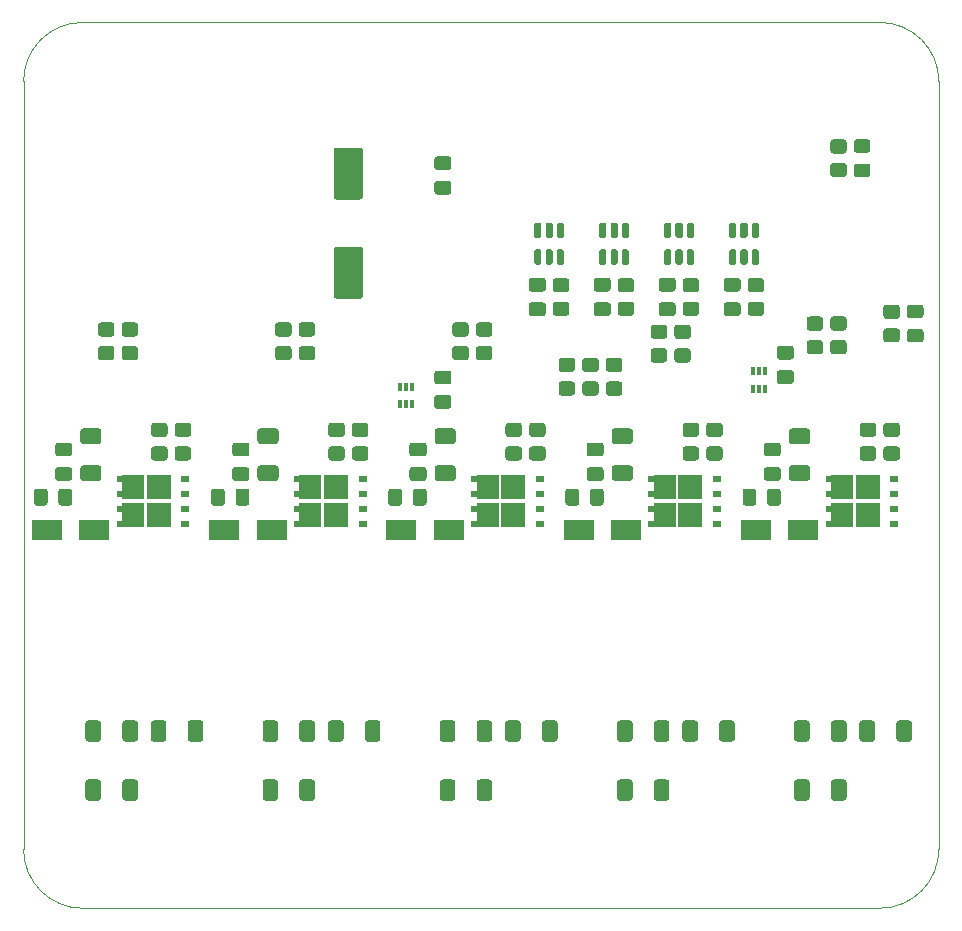
<source format=gbr>
G04 #@! TF.GenerationSoftware,KiCad,Pcbnew,6.0.10+dfsg-1~bpo11+1*
G04 #@! TF.ProjectId,pwr,7077722e-6b69-4636-9164-5f7063625858,rev?*
G04 #@! TF.SameCoordinates,Original*
G04 #@! TF.FileFunction,Paste,Top*
G04 #@! TF.FilePolarity,Positive*
%FSLAX46Y46*%
G04 Gerber Fmt 4.6, Leading zero omitted, Abs format (unit mm)*
%MOMM*%
%LPD*%
G01*
G04 APERTURE LIST*
G04 #@! TA.AperFunction,Profile*
%ADD10C,0.100000*%
G04 #@! TD*
%ADD11R,2.500000X1.800000*%
%ADD12R,2.000000X2.150000*%
%ADD13R,1.850000X2.150000*%
%ADD14R,0.650000X0.500000*%
%ADD15R,0.550000X0.500000*%
%ADD16R,0.340000X0.700000*%
G04 APERTURE END LIST*
D10*
X184000000Y-130000000D02*
G75*
G03*
X189000000Y-125000000I0J5000000D01*
G01*
X111500000Y-125000000D02*
G75*
G03*
X116500000Y-130000000I5000000J0D01*
G01*
X116500000Y-55000000D02*
X184000000Y-55000000D01*
X111500000Y-125000000D02*
X111500000Y-60000000D01*
X189000000Y-60000000D02*
G75*
G03*
X184000000Y-55000000I-5000000J0D01*
G01*
X184000000Y-130000000D02*
X116500000Y-130000000D01*
X116500000Y-55000000D02*
G75*
G03*
X111500000Y-60000000I0J-5000000D01*
G01*
X189000000Y-60000000D02*
X189000000Y-125000000D01*
G36*
G01*
X161050000Y-83400000D02*
X161950000Y-83400000D01*
G75*
G02*
X162200000Y-83650000I0J-250000D01*
G01*
X162200000Y-84350000D01*
G75*
G02*
X161950000Y-84600000I-250000J0D01*
G01*
X161050000Y-84600000D01*
G75*
G02*
X160800000Y-84350000I0J250000D01*
G01*
X160800000Y-83650000D01*
G75*
G02*
X161050000Y-83400000I250000J0D01*
G01*
G37*
G36*
G01*
X161050000Y-85400000D02*
X161950000Y-85400000D01*
G75*
G02*
X162200000Y-85650000I0J-250000D01*
G01*
X162200000Y-86350000D01*
G75*
G02*
X161950000Y-86600000I-250000J0D01*
G01*
X161050000Y-86600000D01*
G75*
G02*
X160800000Y-86350000I0J250000D01*
G01*
X160800000Y-85650000D01*
G75*
G02*
X161050000Y-85400000I250000J0D01*
G01*
G37*
G36*
G01*
X180950000Y-68100000D02*
X180050000Y-68100000D01*
G75*
G02*
X179800000Y-67850000I0J250000D01*
G01*
X179800000Y-67150000D01*
G75*
G02*
X180050000Y-66900000I250000J0D01*
G01*
X180950000Y-66900000D01*
G75*
G02*
X181200000Y-67150000I0J-250000D01*
G01*
X181200000Y-67850000D01*
G75*
G02*
X180950000Y-68100000I-250000J0D01*
G01*
G37*
G36*
G01*
X180950000Y-66100000D02*
X180050000Y-66100000D01*
G75*
G02*
X179800000Y-65850000I0J250000D01*
G01*
X179800000Y-65150000D01*
G75*
G02*
X180050000Y-64900000I250000J0D01*
G01*
X180950000Y-64900000D01*
G75*
G02*
X181200000Y-65150000I0J-250000D01*
G01*
X181200000Y-65850000D01*
G75*
G02*
X180950000Y-66100000I-250000J0D01*
G01*
G37*
G36*
G01*
X173050000Y-76647500D02*
X173950000Y-76647500D01*
G75*
G02*
X174200000Y-76897500I0J-250000D01*
G01*
X174200000Y-77597500D01*
G75*
G02*
X173950000Y-77847500I-250000J0D01*
G01*
X173050000Y-77847500D01*
G75*
G02*
X172800000Y-77597500I0J250000D01*
G01*
X172800000Y-76897500D01*
G75*
G02*
X173050000Y-76647500I250000J0D01*
G01*
G37*
G36*
G01*
X173050000Y-78647500D02*
X173950000Y-78647500D01*
G75*
G02*
X174200000Y-78897500I0J-250000D01*
G01*
X174200000Y-79597500D01*
G75*
G02*
X173950000Y-79847500I-250000J0D01*
G01*
X173050000Y-79847500D01*
G75*
G02*
X172800000Y-79597500I0J250000D01*
G01*
X172800000Y-78897500D01*
G75*
G02*
X173050000Y-78647500I250000J0D01*
G01*
G37*
G36*
G01*
X133950000Y-83600000D02*
X133050000Y-83600000D01*
G75*
G02*
X132800000Y-83350000I0J250000D01*
G01*
X132800000Y-82650000D01*
G75*
G02*
X133050000Y-82400000I250000J0D01*
G01*
X133950000Y-82400000D01*
G75*
G02*
X134200000Y-82650000I0J-250000D01*
G01*
X134200000Y-83350000D01*
G75*
G02*
X133950000Y-83600000I-250000J0D01*
G01*
G37*
G36*
G01*
X133950000Y-81600000D02*
X133050000Y-81600000D01*
G75*
G02*
X132800000Y-81350000I0J250000D01*
G01*
X132800000Y-80650000D01*
G75*
G02*
X133050000Y-80400000I250000J0D01*
G01*
X133950000Y-80400000D01*
G75*
G02*
X134200000Y-80650000I0J-250000D01*
G01*
X134200000Y-81350000D01*
G75*
G02*
X133950000Y-81600000I-250000J0D01*
G01*
G37*
G36*
G01*
X182550000Y-88900000D02*
X183450000Y-88900000D01*
G75*
G02*
X183700000Y-89150000I0J-250000D01*
G01*
X183700000Y-89850000D01*
G75*
G02*
X183450000Y-90100000I-250000J0D01*
G01*
X182550000Y-90100000D01*
G75*
G02*
X182300000Y-89850000I0J250000D01*
G01*
X182300000Y-89150000D01*
G75*
G02*
X182550000Y-88900000I250000J0D01*
G01*
G37*
G36*
G01*
X182550000Y-90900000D02*
X183450000Y-90900000D01*
G75*
G02*
X183700000Y-91150000I0J-250000D01*
G01*
X183700000Y-91850000D01*
G75*
G02*
X183450000Y-92100000I-250000J0D01*
G01*
X182550000Y-92100000D01*
G75*
G02*
X182300000Y-91850000I0J250000D01*
G01*
X182300000Y-91150000D01*
G75*
G02*
X182550000Y-90900000I250000J0D01*
G01*
G37*
G36*
G01*
X157375000Y-95675000D02*
X157375000Y-94725000D01*
G75*
G02*
X157625000Y-94475000I250000J0D01*
G01*
X158300000Y-94475000D01*
G75*
G02*
X158550000Y-94725000I0J-250000D01*
G01*
X158550000Y-95675000D01*
G75*
G02*
X158300000Y-95925000I-250000J0D01*
G01*
X157625000Y-95925000D01*
G75*
G02*
X157375000Y-95675000I0J250000D01*
G01*
G37*
G36*
G01*
X159450000Y-95675000D02*
X159450000Y-94725000D01*
G75*
G02*
X159700000Y-94475000I250000J0D01*
G01*
X160375000Y-94475000D01*
G75*
G02*
X160625000Y-94725000I0J-250000D01*
G01*
X160625000Y-95675000D01*
G75*
G02*
X160375000Y-95925000I-250000J0D01*
G01*
X159700000Y-95925000D01*
G75*
G02*
X159450000Y-95675000I0J250000D01*
G01*
G37*
G36*
G01*
X171025000Y-76622500D02*
X171975000Y-76622500D01*
G75*
G02*
X172225000Y-76872500I0J-250000D01*
G01*
X172225000Y-77547500D01*
G75*
G02*
X171975000Y-77797500I-250000J0D01*
G01*
X171025000Y-77797500D01*
G75*
G02*
X170775000Y-77547500I0J250000D01*
G01*
X170775000Y-76872500D01*
G75*
G02*
X171025000Y-76622500I250000J0D01*
G01*
G37*
G36*
G01*
X171025000Y-78697500D02*
X171975000Y-78697500D01*
G75*
G02*
X172225000Y-78947500I0J-250000D01*
G01*
X172225000Y-79622500D01*
G75*
G02*
X171975000Y-79872500I-250000J0D01*
G01*
X171025000Y-79872500D01*
G75*
G02*
X170775000Y-79622500I0J250000D01*
G01*
X170775000Y-78947500D01*
G75*
G02*
X171025000Y-78697500I250000J0D01*
G01*
G37*
G36*
G01*
X156550000Y-76647500D02*
X157450000Y-76647500D01*
G75*
G02*
X157700000Y-76897500I0J-250000D01*
G01*
X157700000Y-77597500D01*
G75*
G02*
X157450000Y-77847500I-250000J0D01*
G01*
X156550000Y-77847500D01*
G75*
G02*
X156300000Y-77597500I0J250000D01*
G01*
X156300000Y-76897500D01*
G75*
G02*
X156550000Y-76647500I250000J0D01*
G01*
G37*
G36*
G01*
X156550000Y-78647500D02*
X157450000Y-78647500D01*
G75*
G02*
X157700000Y-78897500I0J-250000D01*
G01*
X157700000Y-79597500D01*
G75*
G02*
X157450000Y-79847500I-250000J0D01*
G01*
X156550000Y-79847500D01*
G75*
G02*
X156300000Y-79597500I0J250000D01*
G01*
X156300000Y-78897500D01*
G75*
G02*
X156550000Y-78647500I250000J0D01*
G01*
G37*
G36*
G01*
X118950000Y-83600000D02*
X118050000Y-83600000D01*
G75*
G02*
X117800000Y-83350000I0J250000D01*
G01*
X117800000Y-82650000D01*
G75*
G02*
X118050000Y-82400000I250000J0D01*
G01*
X118950000Y-82400000D01*
G75*
G02*
X119200000Y-82650000I0J-250000D01*
G01*
X119200000Y-83350000D01*
G75*
G02*
X118950000Y-83600000I-250000J0D01*
G01*
G37*
G36*
G01*
X118950000Y-81600000D02*
X118050000Y-81600000D01*
G75*
G02*
X117800000Y-81350000I0J250000D01*
G01*
X117800000Y-80650000D01*
G75*
G02*
X118050000Y-80400000I250000J0D01*
G01*
X118950000Y-80400000D01*
G75*
G02*
X119200000Y-80650000I0J-250000D01*
G01*
X119200000Y-81350000D01*
G75*
G02*
X118950000Y-81600000I-250000J0D01*
G01*
G37*
G36*
G01*
X176550000Y-89375000D02*
X177850000Y-89375000D01*
G75*
G02*
X178100000Y-89625000I0J-250000D01*
G01*
X178100000Y-90450000D01*
G75*
G02*
X177850000Y-90700000I-250000J0D01*
G01*
X176550000Y-90700000D01*
G75*
G02*
X176300000Y-90450000I0J250000D01*
G01*
X176300000Y-89625000D01*
G75*
G02*
X176550000Y-89375000I250000J0D01*
G01*
G37*
G36*
G01*
X176550000Y-92500000D02*
X177850000Y-92500000D01*
G75*
G02*
X178100000Y-92750000I0J-250000D01*
G01*
X178100000Y-93575000D01*
G75*
G02*
X177850000Y-93825000I-250000J0D01*
G01*
X176550000Y-93825000D01*
G75*
G02*
X176300000Y-93575000I0J250000D01*
G01*
X176300000Y-92750000D01*
G75*
G02*
X176550000Y-92500000I250000J0D01*
G01*
G37*
G36*
G01*
X167275000Y-115650000D02*
X167275000Y-114350000D01*
G75*
G02*
X167525000Y-114100000I250000J0D01*
G01*
X168350000Y-114100000D01*
G75*
G02*
X168600000Y-114350000I0J-250000D01*
G01*
X168600000Y-115650000D01*
G75*
G02*
X168350000Y-115900000I-250000J0D01*
G01*
X167525000Y-115900000D01*
G75*
G02*
X167275000Y-115650000I0J250000D01*
G01*
G37*
G36*
G01*
X170400000Y-115650000D02*
X170400000Y-114350000D01*
G75*
G02*
X170650000Y-114100000I250000J0D01*
G01*
X171475000Y-114100000D01*
G75*
G02*
X171725000Y-114350000I0J-250000D01*
G01*
X171725000Y-115650000D01*
G75*
G02*
X171475000Y-115900000I-250000J0D01*
G01*
X170650000Y-115900000D01*
G75*
G02*
X170400000Y-115650000I0J250000D01*
G01*
G37*
G36*
G01*
X160025000Y-76622500D02*
X160975000Y-76622500D01*
G75*
G02*
X161225000Y-76872500I0J-250000D01*
G01*
X161225000Y-77547500D01*
G75*
G02*
X160975000Y-77797500I-250000J0D01*
G01*
X160025000Y-77797500D01*
G75*
G02*
X159775000Y-77547500I0J250000D01*
G01*
X159775000Y-76872500D01*
G75*
G02*
X160025000Y-76622500I250000J0D01*
G01*
G37*
G36*
G01*
X160025000Y-78697500D02*
X160975000Y-78697500D01*
G75*
G02*
X161225000Y-78947500I0J-250000D01*
G01*
X161225000Y-79622500D01*
G75*
G02*
X160975000Y-79872500I-250000J0D01*
G01*
X160025000Y-79872500D01*
G75*
G02*
X159775000Y-79622500I0J250000D01*
G01*
X159775000Y-78947500D01*
G75*
G02*
X160025000Y-78697500I250000J0D01*
G01*
G37*
G36*
G01*
X125450000Y-92100000D02*
X124550000Y-92100000D01*
G75*
G02*
X124300000Y-91850000I0J250000D01*
G01*
X124300000Y-91150000D01*
G75*
G02*
X124550000Y-90900000I250000J0D01*
G01*
X125450000Y-90900000D01*
G75*
G02*
X125700000Y-91150000I0J-250000D01*
G01*
X125700000Y-91850000D01*
G75*
G02*
X125450000Y-92100000I-250000J0D01*
G01*
G37*
G36*
G01*
X125450000Y-90100000D02*
X124550000Y-90100000D01*
G75*
G02*
X124300000Y-89850000I0J250000D01*
G01*
X124300000Y-89150000D01*
G75*
G02*
X124550000Y-88900000I250000J0D01*
G01*
X125450000Y-88900000D01*
G75*
G02*
X125700000Y-89150000I0J-250000D01*
G01*
X125700000Y-89850000D01*
G75*
G02*
X125450000Y-90100000I-250000J0D01*
G01*
G37*
G36*
G01*
X161737500Y-120650000D02*
X161737500Y-119350000D01*
G75*
G02*
X161987500Y-119100000I250000J0D01*
G01*
X162812500Y-119100000D01*
G75*
G02*
X163062500Y-119350000I0J-250000D01*
G01*
X163062500Y-120650000D01*
G75*
G02*
X162812500Y-120900000I-250000J0D01*
G01*
X161987500Y-120900000D01*
G75*
G02*
X161737500Y-120650000I0J250000D01*
G01*
G37*
G36*
G01*
X164862500Y-120650000D02*
X164862500Y-119350000D01*
G75*
G02*
X165112500Y-119100000I250000J0D01*
G01*
X165937500Y-119100000D01*
G75*
G02*
X166187500Y-119350000I0J-250000D01*
G01*
X166187500Y-120650000D01*
G75*
G02*
X165937500Y-120900000I-250000J0D01*
G01*
X165112500Y-120900000D01*
G75*
G02*
X164862500Y-120650000I0J250000D01*
G01*
G37*
G36*
G01*
X131550000Y-89375000D02*
X132850000Y-89375000D01*
G75*
G02*
X133100000Y-89625000I0J-250000D01*
G01*
X133100000Y-90450000D01*
G75*
G02*
X132850000Y-90700000I-250000J0D01*
G01*
X131550000Y-90700000D01*
G75*
G02*
X131300000Y-90450000I0J250000D01*
G01*
X131300000Y-89625000D01*
G75*
G02*
X131550000Y-89375000I250000J0D01*
G01*
G37*
G36*
G01*
X131550000Y-92500000D02*
X132850000Y-92500000D01*
G75*
G02*
X133100000Y-92750000I0J-250000D01*
G01*
X133100000Y-93575000D01*
G75*
G02*
X132850000Y-93825000I-250000J0D01*
G01*
X131550000Y-93825000D01*
G75*
G02*
X131300000Y-93575000I0J250000D01*
G01*
X131300000Y-92750000D01*
G75*
G02*
X131550000Y-92500000I250000J0D01*
G01*
G37*
D11*
X113500000Y-98000000D03*
X117500000Y-98000000D03*
X143500000Y-98000000D03*
X147500000Y-98000000D03*
G36*
G01*
X135950000Y-83600000D02*
X135050000Y-83600000D01*
G75*
G02*
X134800000Y-83350000I0J250000D01*
G01*
X134800000Y-82650000D01*
G75*
G02*
X135050000Y-82400000I250000J0D01*
G01*
X135950000Y-82400000D01*
G75*
G02*
X136200000Y-82650000I0J-250000D01*
G01*
X136200000Y-83350000D01*
G75*
G02*
X135950000Y-83600000I-250000J0D01*
G01*
G37*
G36*
G01*
X135950000Y-81600000D02*
X135050000Y-81600000D01*
G75*
G02*
X134800000Y-81350000I0J250000D01*
G01*
X134800000Y-80650000D01*
G75*
G02*
X135050000Y-80400000I250000J0D01*
G01*
X135950000Y-80400000D01*
G75*
G02*
X136200000Y-80650000I0J-250000D01*
G01*
X136200000Y-81350000D01*
G75*
G02*
X135950000Y-81600000I-250000J0D01*
G01*
G37*
G36*
G01*
X142375000Y-95675000D02*
X142375000Y-94725000D01*
G75*
G02*
X142625000Y-94475000I250000J0D01*
G01*
X143300000Y-94475000D01*
G75*
G02*
X143550000Y-94725000I0J-250000D01*
G01*
X143550000Y-95675000D01*
G75*
G02*
X143300000Y-95925000I-250000J0D01*
G01*
X142625000Y-95925000D01*
G75*
G02*
X142375000Y-95675000I0J250000D01*
G01*
G37*
G36*
G01*
X144450000Y-95675000D02*
X144450000Y-94725000D01*
G75*
G02*
X144700000Y-94475000I250000J0D01*
G01*
X145375000Y-94475000D01*
G75*
G02*
X145625000Y-94725000I0J-250000D01*
G01*
X145625000Y-95675000D01*
G75*
G02*
X145375000Y-95925000I-250000J0D01*
G01*
X144700000Y-95925000D01*
G75*
G02*
X144450000Y-95675000I0J250000D01*
G01*
G37*
G36*
G01*
X114425000Y-90575000D02*
X115375000Y-90575000D01*
G75*
G02*
X115625000Y-90825000I0J-250000D01*
G01*
X115625000Y-91500000D01*
G75*
G02*
X115375000Y-91750000I-250000J0D01*
G01*
X114425000Y-91750000D01*
G75*
G02*
X114175000Y-91500000I0J250000D01*
G01*
X114175000Y-90825000D01*
G75*
G02*
X114425000Y-90575000I250000J0D01*
G01*
G37*
G36*
G01*
X114425000Y-92650000D02*
X115375000Y-92650000D01*
G75*
G02*
X115625000Y-92900000I0J-250000D01*
G01*
X115625000Y-93575000D01*
G75*
G02*
X115375000Y-93825000I-250000J0D01*
G01*
X114425000Y-93825000D01*
G75*
G02*
X114175000Y-93575000I0J250000D01*
G01*
X114175000Y-92900000D01*
G75*
G02*
X114425000Y-92650000I250000J0D01*
G01*
G37*
G36*
G01*
X137550000Y-88900000D02*
X138450000Y-88900000D01*
G75*
G02*
X138700000Y-89150000I0J-250000D01*
G01*
X138700000Y-89850000D01*
G75*
G02*
X138450000Y-90100000I-250000J0D01*
G01*
X137550000Y-90100000D01*
G75*
G02*
X137300000Y-89850000I0J250000D01*
G01*
X137300000Y-89150000D01*
G75*
G02*
X137550000Y-88900000I250000J0D01*
G01*
G37*
G36*
G01*
X137550000Y-90900000D02*
X138450000Y-90900000D01*
G75*
G02*
X138700000Y-91150000I0J-250000D01*
G01*
X138700000Y-91850000D01*
G75*
G02*
X138450000Y-92100000I-250000J0D01*
G01*
X137550000Y-92100000D01*
G75*
G02*
X137300000Y-91850000I0J250000D01*
G01*
X137300000Y-91150000D01*
G75*
G02*
X137550000Y-90900000I250000J0D01*
G01*
G37*
D12*
X152965000Y-96710000D03*
D13*
X150790000Y-94360000D03*
D12*
X152965000Y-94360000D03*
D13*
X150790000Y-96710000D03*
D14*
X155215000Y-97440000D03*
X155215000Y-96170000D03*
X155215000Y-94900000D03*
X155215000Y-93630000D03*
D15*
X149665000Y-93630000D03*
X149665000Y-97440000D03*
X149665000Y-96170000D03*
X149665000Y-94900000D03*
G36*
G01*
X116550000Y-89375000D02*
X117850000Y-89375000D01*
G75*
G02*
X118100000Y-89625000I0J-250000D01*
G01*
X118100000Y-90450000D01*
G75*
G02*
X117850000Y-90700000I-250000J0D01*
G01*
X116550000Y-90700000D01*
G75*
G02*
X116300000Y-90450000I0J250000D01*
G01*
X116300000Y-89625000D01*
G75*
G02*
X116550000Y-89375000I250000J0D01*
G01*
G37*
G36*
G01*
X116550000Y-92500000D02*
X117850000Y-92500000D01*
G75*
G02*
X118100000Y-92750000I0J-250000D01*
G01*
X118100000Y-93575000D01*
G75*
G02*
X117850000Y-93825000I-250000J0D01*
G01*
X116550000Y-93825000D01*
G75*
G02*
X116300000Y-93575000I0J250000D01*
G01*
X116300000Y-92750000D01*
G75*
G02*
X116550000Y-92500000I250000J0D01*
G01*
G37*
G36*
G01*
X176737500Y-120650000D02*
X176737500Y-119350000D01*
G75*
G02*
X176987500Y-119100000I250000J0D01*
G01*
X177812500Y-119100000D01*
G75*
G02*
X178062500Y-119350000I0J-250000D01*
G01*
X178062500Y-120650000D01*
G75*
G02*
X177812500Y-120900000I-250000J0D01*
G01*
X176987500Y-120900000D01*
G75*
G02*
X176737500Y-120650000I0J250000D01*
G01*
G37*
G36*
G01*
X179862500Y-120650000D02*
X179862500Y-119350000D01*
G75*
G02*
X180112500Y-119100000I250000J0D01*
G01*
X180937500Y-119100000D01*
G75*
G02*
X181187500Y-119350000I0J-250000D01*
G01*
X181187500Y-120650000D01*
G75*
G02*
X180937500Y-120900000I-250000J0D01*
G01*
X180112500Y-120900000D01*
G75*
G02*
X179862500Y-120650000I0J250000D01*
G01*
G37*
G36*
G01*
X127375000Y-95675000D02*
X127375000Y-94725000D01*
G75*
G02*
X127625000Y-94475000I250000J0D01*
G01*
X128300000Y-94475000D01*
G75*
G02*
X128550000Y-94725000I0J-250000D01*
G01*
X128550000Y-95675000D01*
G75*
G02*
X128300000Y-95925000I-250000J0D01*
G01*
X127625000Y-95925000D01*
G75*
G02*
X127375000Y-95675000I0J250000D01*
G01*
G37*
G36*
G01*
X129450000Y-95675000D02*
X129450000Y-94725000D01*
G75*
G02*
X129700000Y-94475000I250000J0D01*
G01*
X130375000Y-94475000D01*
G75*
G02*
X130625000Y-94725000I0J-250000D01*
G01*
X130625000Y-95675000D01*
G75*
G02*
X130375000Y-95925000I-250000J0D01*
G01*
X129700000Y-95925000D01*
G75*
G02*
X129450000Y-95675000I0J250000D01*
G01*
G37*
G36*
G01*
X131737500Y-120650000D02*
X131737500Y-119350000D01*
G75*
G02*
X131987500Y-119100000I250000J0D01*
G01*
X132812500Y-119100000D01*
G75*
G02*
X133062500Y-119350000I0J-250000D01*
G01*
X133062500Y-120650000D01*
G75*
G02*
X132812500Y-120900000I-250000J0D01*
G01*
X131987500Y-120900000D01*
G75*
G02*
X131737500Y-120650000I0J250000D01*
G01*
G37*
G36*
G01*
X134862500Y-120650000D02*
X134862500Y-119350000D01*
G75*
G02*
X135112500Y-119100000I250000J0D01*
G01*
X135937500Y-119100000D01*
G75*
G02*
X136187500Y-119350000I0J-250000D01*
G01*
X136187500Y-120650000D01*
G75*
G02*
X135937500Y-120900000I-250000J0D01*
G01*
X135112500Y-120900000D01*
G75*
G02*
X134862500Y-120650000I0J250000D01*
G01*
G37*
G36*
G01*
X140450000Y-92100000D02*
X139550000Y-92100000D01*
G75*
G02*
X139300000Y-91850000I0J250000D01*
G01*
X139300000Y-91150000D01*
G75*
G02*
X139550000Y-90900000I250000J0D01*
G01*
X140450000Y-90900000D01*
G75*
G02*
X140700000Y-91150000I0J-250000D01*
G01*
X140700000Y-91850000D01*
G75*
G02*
X140450000Y-92100000I-250000J0D01*
G01*
G37*
G36*
G01*
X140450000Y-90100000D02*
X139550000Y-90100000D01*
G75*
G02*
X139300000Y-89850000I0J250000D01*
G01*
X139300000Y-89150000D01*
G75*
G02*
X139550000Y-88900000I250000J0D01*
G01*
X140450000Y-88900000D01*
G75*
G02*
X140700000Y-89150000I0J-250000D01*
G01*
X140700000Y-89850000D01*
G75*
G02*
X140450000Y-90100000I-250000J0D01*
G01*
G37*
G36*
G01*
X182050000Y-64900000D02*
X182950000Y-64900000D01*
G75*
G02*
X183200000Y-65150000I0J-250000D01*
G01*
X183200000Y-65800000D01*
G75*
G02*
X182950000Y-66050000I-250000J0D01*
G01*
X182050000Y-66050000D01*
G75*
G02*
X181800000Y-65800000I0J250000D01*
G01*
X181800000Y-65150000D01*
G75*
G02*
X182050000Y-64900000I250000J0D01*
G01*
G37*
G36*
G01*
X182050000Y-66950000D02*
X182950000Y-66950000D01*
G75*
G02*
X183200000Y-67200000I0J-250000D01*
G01*
X183200000Y-67850000D01*
G75*
G02*
X182950000Y-68100000I-250000J0D01*
G01*
X182050000Y-68100000D01*
G75*
G02*
X181800000Y-67850000I0J250000D01*
G01*
X181800000Y-67200000D01*
G75*
G02*
X182050000Y-66950000I250000J0D01*
G01*
G37*
G36*
G01*
X161550000Y-89375000D02*
X162850000Y-89375000D01*
G75*
G02*
X163100000Y-89625000I0J-250000D01*
G01*
X163100000Y-90450000D01*
G75*
G02*
X162850000Y-90700000I-250000J0D01*
G01*
X161550000Y-90700000D01*
G75*
G02*
X161300000Y-90450000I0J250000D01*
G01*
X161300000Y-89625000D01*
G75*
G02*
X161550000Y-89375000I250000J0D01*
G01*
G37*
G36*
G01*
X161550000Y-92500000D02*
X162850000Y-92500000D01*
G75*
G02*
X163100000Y-92750000I0J-250000D01*
G01*
X163100000Y-93575000D01*
G75*
G02*
X162850000Y-93825000I-250000J0D01*
G01*
X161550000Y-93825000D01*
G75*
G02*
X161300000Y-93575000I0J250000D01*
G01*
X161300000Y-92750000D01*
G75*
G02*
X161550000Y-92500000I250000J0D01*
G01*
G37*
G36*
G01*
X165525000Y-76622500D02*
X166475000Y-76622500D01*
G75*
G02*
X166725000Y-76872500I0J-250000D01*
G01*
X166725000Y-77547500D01*
G75*
G02*
X166475000Y-77797500I-250000J0D01*
G01*
X165525000Y-77797500D01*
G75*
G02*
X165275000Y-77547500I0J250000D01*
G01*
X165275000Y-76872500D01*
G75*
G02*
X165525000Y-76622500I250000J0D01*
G01*
G37*
G36*
G01*
X165525000Y-78697500D02*
X166475000Y-78697500D01*
G75*
G02*
X166725000Y-78947500I0J-250000D01*
G01*
X166725000Y-79622500D01*
G75*
G02*
X166475000Y-79872500I-250000J0D01*
G01*
X165525000Y-79872500D01*
G75*
G02*
X165275000Y-79622500I0J250000D01*
G01*
X165275000Y-78947500D01*
G75*
G02*
X165525000Y-78697500I250000J0D01*
G01*
G37*
G36*
G01*
X146550000Y-89375000D02*
X147850000Y-89375000D01*
G75*
G02*
X148100000Y-89625000I0J-250000D01*
G01*
X148100000Y-90450000D01*
G75*
G02*
X147850000Y-90700000I-250000J0D01*
G01*
X146550000Y-90700000D01*
G75*
G02*
X146300000Y-90450000I0J250000D01*
G01*
X146300000Y-89625000D01*
G75*
G02*
X146550000Y-89375000I250000J0D01*
G01*
G37*
G36*
G01*
X146550000Y-92500000D02*
X147850000Y-92500000D01*
G75*
G02*
X148100000Y-92750000I0J-250000D01*
G01*
X148100000Y-93575000D01*
G75*
G02*
X147850000Y-93825000I-250000J0D01*
G01*
X146550000Y-93825000D01*
G75*
G02*
X146300000Y-93575000I0J250000D01*
G01*
X146300000Y-92750000D01*
G75*
G02*
X146550000Y-92500000I250000J0D01*
G01*
G37*
G36*
G01*
X173300000Y-71947500D02*
X173600000Y-71947500D01*
G75*
G02*
X173750000Y-72097500I0J-150000D01*
G01*
X173750000Y-73122500D01*
G75*
G02*
X173600000Y-73272500I-150000J0D01*
G01*
X173300000Y-73272500D01*
G75*
G02*
X173150000Y-73122500I0J150000D01*
G01*
X173150000Y-72097500D01*
G75*
G02*
X173300000Y-71947500I150000J0D01*
G01*
G37*
G36*
G01*
X172350000Y-71947500D02*
X172650000Y-71947500D01*
G75*
G02*
X172800000Y-72097500I0J-150000D01*
G01*
X172800000Y-73122500D01*
G75*
G02*
X172650000Y-73272500I-150000J0D01*
G01*
X172350000Y-73272500D01*
G75*
G02*
X172200000Y-73122500I0J150000D01*
G01*
X172200000Y-72097500D01*
G75*
G02*
X172350000Y-71947500I150000J0D01*
G01*
G37*
G36*
G01*
X171400000Y-71947500D02*
X171700000Y-71947500D01*
G75*
G02*
X171850000Y-72097500I0J-150000D01*
G01*
X171850000Y-73122500D01*
G75*
G02*
X171700000Y-73272500I-150000J0D01*
G01*
X171400000Y-73272500D01*
G75*
G02*
X171250000Y-73122500I0J150000D01*
G01*
X171250000Y-72097500D01*
G75*
G02*
X171400000Y-71947500I150000J0D01*
G01*
G37*
G36*
G01*
X171400000Y-74222500D02*
X171700000Y-74222500D01*
G75*
G02*
X171850000Y-74372500I0J-150000D01*
G01*
X171850000Y-75397500D01*
G75*
G02*
X171700000Y-75547500I-150000J0D01*
G01*
X171400000Y-75547500D01*
G75*
G02*
X171250000Y-75397500I0J150000D01*
G01*
X171250000Y-74372500D01*
G75*
G02*
X171400000Y-74222500I150000J0D01*
G01*
G37*
G36*
G01*
X172350000Y-74222500D02*
X172650000Y-74222500D01*
G75*
G02*
X172800000Y-74372500I0J-150000D01*
G01*
X172800000Y-75397500D01*
G75*
G02*
X172650000Y-75547500I-150000J0D01*
G01*
X172350000Y-75547500D01*
G75*
G02*
X172200000Y-75397500I0J150000D01*
G01*
X172200000Y-74372500D01*
G75*
G02*
X172350000Y-74222500I150000J0D01*
G01*
G37*
G36*
G01*
X173300000Y-74222500D02*
X173600000Y-74222500D01*
G75*
G02*
X173750000Y-74372500I0J-150000D01*
G01*
X173750000Y-75397500D01*
G75*
G02*
X173600000Y-75547500I-150000J0D01*
G01*
X173300000Y-75547500D01*
G75*
G02*
X173150000Y-75397500I0J150000D01*
G01*
X173150000Y-74372500D01*
G75*
G02*
X173300000Y-74222500I150000J0D01*
G01*
G37*
G36*
G01*
X167750000Y-83800000D02*
X166850000Y-83800000D01*
G75*
G02*
X166600000Y-83550000I0J250000D01*
G01*
X166600000Y-82850000D01*
G75*
G02*
X166850000Y-82600000I250000J0D01*
G01*
X167750000Y-82600000D01*
G75*
G02*
X168000000Y-82850000I0J-250000D01*
G01*
X168000000Y-83550000D01*
G75*
G02*
X167750000Y-83800000I-250000J0D01*
G01*
G37*
G36*
G01*
X167750000Y-81800000D02*
X166850000Y-81800000D01*
G75*
G02*
X166600000Y-81550000I0J250000D01*
G01*
X166600000Y-80850000D01*
G75*
G02*
X166850000Y-80600000I250000J0D01*
G01*
X167750000Y-80600000D01*
G75*
G02*
X168000000Y-80850000I0J-250000D01*
G01*
X168000000Y-81550000D01*
G75*
G02*
X167750000Y-81800000I-250000J0D01*
G01*
G37*
G36*
G01*
X138000000Y-65600000D02*
X140000000Y-65600000D01*
G75*
G02*
X140250000Y-65850000I0J-250000D01*
G01*
X140250000Y-69750000D01*
G75*
G02*
X140000000Y-70000000I-250000J0D01*
G01*
X138000000Y-70000000D01*
G75*
G02*
X137750000Y-69750000I0J250000D01*
G01*
X137750000Y-65850000D01*
G75*
G02*
X138000000Y-65600000I250000J0D01*
G01*
G37*
G36*
G01*
X138000000Y-74000000D02*
X140000000Y-74000000D01*
G75*
G02*
X140250000Y-74250000I0J-250000D01*
G01*
X140250000Y-78150000D01*
G75*
G02*
X140000000Y-78400000I-250000J0D01*
G01*
X138000000Y-78400000D01*
G75*
G02*
X137750000Y-78150000I0J250000D01*
G01*
X137750000Y-74250000D01*
G75*
G02*
X138000000Y-74000000I250000J0D01*
G01*
G37*
D13*
X165790000Y-96710000D03*
D12*
X167965000Y-96710000D03*
D13*
X165790000Y-94360000D03*
D12*
X167965000Y-94360000D03*
D14*
X170215000Y-97440000D03*
X170215000Y-96170000D03*
X170215000Y-94900000D03*
X170215000Y-93630000D03*
D15*
X164665000Y-93630000D03*
X164665000Y-94900000D03*
X164665000Y-97440000D03*
X164665000Y-96170000D03*
G36*
G01*
X152275000Y-115650000D02*
X152275000Y-114350000D01*
G75*
G02*
X152525000Y-114100000I250000J0D01*
G01*
X153350000Y-114100000D01*
G75*
G02*
X153600000Y-114350000I0J-250000D01*
G01*
X153600000Y-115650000D01*
G75*
G02*
X153350000Y-115900000I-250000J0D01*
G01*
X152525000Y-115900000D01*
G75*
G02*
X152275000Y-115650000I0J250000D01*
G01*
G37*
G36*
G01*
X155400000Y-115650000D02*
X155400000Y-114350000D01*
G75*
G02*
X155650000Y-114100000I250000J0D01*
G01*
X156475000Y-114100000D01*
G75*
G02*
X156725000Y-114350000I0J-250000D01*
G01*
X156725000Y-115650000D01*
G75*
G02*
X156475000Y-115900000I-250000J0D01*
G01*
X155650000Y-115900000D01*
G75*
G02*
X155400000Y-115650000I0J250000D01*
G01*
G37*
G36*
G01*
X176737500Y-115650000D02*
X176737500Y-114350000D01*
G75*
G02*
X176987500Y-114100000I250000J0D01*
G01*
X177812500Y-114100000D01*
G75*
G02*
X178062500Y-114350000I0J-250000D01*
G01*
X178062500Y-115650000D01*
G75*
G02*
X177812500Y-115900000I-250000J0D01*
G01*
X176987500Y-115900000D01*
G75*
G02*
X176737500Y-115650000I0J250000D01*
G01*
G37*
G36*
G01*
X179862500Y-115650000D02*
X179862500Y-114350000D01*
G75*
G02*
X180112500Y-114100000I250000J0D01*
G01*
X180937500Y-114100000D01*
G75*
G02*
X181187500Y-114350000I0J-250000D01*
G01*
X181187500Y-115650000D01*
G75*
G02*
X180937500Y-115900000I-250000J0D01*
G01*
X180112500Y-115900000D01*
G75*
G02*
X179862500Y-115650000I0J250000D01*
G01*
G37*
G36*
G01*
X116737500Y-115650000D02*
X116737500Y-114350000D01*
G75*
G02*
X116987500Y-114100000I250000J0D01*
G01*
X117812500Y-114100000D01*
G75*
G02*
X118062500Y-114350000I0J-250000D01*
G01*
X118062500Y-115650000D01*
G75*
G02*
X117812500Y-115900000I-250000J0D01*
G01*
X116987500Y-115900000D01*
G75*
G02*
X116737500Y-115650000I0J250000D01*
G01*
G37*
G36*
G01*
X119862500Y-115650000D02*
X119862500Y-114350000D01*
G75*
G02*
X120112500Y-114100000I250000J0D01*
G01*
X120937500Y-114100000D01*
G75*
G02*
X121187500Y-114350000I0J-250000D01*
G01*
X121187500Y-115650000D01*
G75*
G02*
X120937500Y-115900000I-250000J0D01*
G01*
X120112500Y-115900000D01*
G75*
G02*
X119862500Y-115650000I0J250000D01*
G01*
G37*
G36*
G01*
X167550000Y-88900000D02*
X168450000Y-88900000D01*
G75*
G02*
X168700000Y-89150000I0J-250000D01*
G01*
X168700000Y-89850000D01*
G75*
G02*
X168450000Y-90100000I-250000J0D01*
G01*
X167550000Y-90100000D01*
G75*
G02*
X167300000Y-89850000I0J250000D01*
G01*
X167300000Y-89150000D01*
G75*
G02*
X167550000Y-88900000I250000J0D01*
G01*
G37*
G36*
G01*
X167550000Y-90900000D02*
X168450000Y-90900000D01*
G75*
G02*
X168700000Y-91150000I0J-250000D01*
G01*
X168700000Y-91850000D01*
G75*
G02*
X168450000Y-92100000I-250000J0D01*
G01*
X167550000Y-92100000D01*
G75*
G02*
X167300000Y-91850000I0J250000D01*
G01*
X167300000Y-91150000D01*
G75*
G02*
X167550000Y-90900000I250000J0D01*
G01*
G37*
G36*
G01*
X152550000Y-88900000D02*
X153450000Y-88900000D01*
G75*
G02*
X153700000Y-89150000I0J-250000D01*
G01*
X153700000Y-89850000D01*
G75*
G02*
X153450000Y-90100000I-250000J0D01*
G01*
X152550000Y-90100000D01*
G75*
G02*
X152300000Y-89850000I0J250000D01*
G01*
X152300000Y-89150000D01*
G75*
G02*
X152550000Y-88900000I250000J0D01*
G01*
G37*
G36*
G01*
X152550000Y-90900000D02*
X153450000Y-90900000D01*
G75*
G02*
X153700000Y-91150000I0J-250000D01*
G01*
X153700000Y-91850000D01*
G75*
G02*
X153450000Y-92100000I-250000J0D01*
G01*
X152550000Y-92100000D01*
G75*
G02*
X152300000Y-91850000I0J250000D01*
G01*
X152300000Y-91150000D01*
G75*
G02*
X152550000Y-90900000I250000J0D01*
G01*
G37*
G36*
G01*
X129425000Y-90575000D02*
X130375000Y-90575000D01*
G75*
G02*
X130625000Y-90825000I0J-250000D01*
G01*
X130625000Y-91500000D01*
G75*
G02*
X130375000Y-91750000I-250000J0D01*
G01*
X129425000Y-91750000D01*
G75*
G02*
X129175000Y-91500000I0J250000D01*
G01*
X129175000Y-90825000D01*
G75*
G02*
X129425000Y-90575000I250000J0D01*
G01*
G37*
G36*
G01*
X129425000Y-92650000D02*
X130375000Y-92650000D01*
G75*
G02*
X130625000Y-92900000I0J-250000D01*
G01*
X130625000Y-93575000D01*
G75*
G02*
X130375000Y-93825000I-250000J0D01*
G01*
X129425000Y-93825000D01*
G75*
G02*
X129175000Y-93575000I0J250000D01*
G01*
X129175000Y-92900000D01*
G75*
G02*
X129425000Y-92650000I250000J0D01*
G01*
G37*
G36*
G01*
X159425000Y-90575000D02*
X160375000Y-90575000D01*
G75*
G02*
X160625000Y-90825000I0J-250000D01*
G01*
X160625000Y-91500000D01*
G75*
G02*
X160375000Y-91750000I-250000J0D01*
G01*
X159425000Y-91750000D01*
G75*
G02*
X159175000Y-91500000I0J250000D01*
G01*
X159175000Y-90825000D01*
G75*
G02*
X159425000Y-90575000I250000J0D01*
G01*
G37*
G36*
G01*
X159425000Y-92650000D02*
X160375000Y-92650000D01*
G75*
G02*
X160625000Y-92900000I0J-250000D01*
G01*
X160625000Y-93575000D01*
G75*
G02*
X160375000Y-93825000I-250000J0D01*
G01*
X159425000Y-93825000D01*
G75*
G02*
X159175000Y-93575000I0J250000D01*
G01*
X159175000Y-92900000D01*
G75*
G02*
X159425000Y-92650000I250000J0D01*
G01*
G37*
D16*
X143400000Y-87350000D03*
X143900000Y-87350000D03*
X144400000Y-87350000D03*
X144400000Y-85850000D03*
X143900000Y-85850000D03*
X143400000Y-85850000D03*
G36*
G01*
X170450000Y-92100000D02*
X169550000Y-92100000D01*
G75*
G02*
X169300000Y-91850000I0J250000D01*
G01*
X169300000Y-91150000D01*
G75*
G02*
X169550000Y-90900000I250000J0D01*
G01*
X170450000Y-90900000D01*
G75*
G02*
X170700000Y-91150000I0J-250000D01*
G01*
X170700000Y-91850000D01*
G75*
G02*
X170450000Y-92100000I-250000J0D01*
G01*
G37*
G36*
G01*
X170450000Y-90100000D02*
X169550000Y-90100000D01*
G75*
G02*
X169300000Y-89850000I0J250000D01*
G01*
X169300000Y-89150000D01*
G75*
G02*
X169550000Y-88900000I250000J0D01*
G01*
X170450000Y-88900000D01*
G75*
G02*
X170700000Y-89150000I0J-250000D01*
G01*
X170700000Y-89850000D01*
G75*
G02*
X170450000Y-90100000I-250000J0D01*
G01*
G37*
D11*
X173500000Y-98000000D03*
X177500000Y-98000000D03*
G36*
G01*
X120950000Y-83600000D02*
X120050000Y-83600000D01*
G75*
G02*
X119800000Y-83350000I0J250000D01*
G01*
X119800000Y-82650000D01*
G75*
G02*
X120050000Y-82400000I250000J0D01*
G01*
X120950000Y-82400000D01*
G75*
G02*
X121200000Y-82650000I0J-250000D01*
G01*
X121200000Y-83350000D01*
G75*
G02*
X120950000Y-83600000I-250000J0D01*
G01*
G37*
G36*
G01*
X120950000Y-81600000D02*
X120050000Y-81600000D01*
G75*
G02*
X119800000Y-81350000I0J250000D01*
G01*
X119800000Y-80650000D01*
G75*
G02*
X120050000Y-80400000I250000J0D01*
G01*
X120950000Y-80400000D01*
G75*
G02*
X121200000Y-80650000I0J-250000D01*
G01*
X121200000Y-81350000D01*
G75*
G02*
X120950000Y-81600000I-250000J0D01*
G01*
G37*
G36*
G01*
X172375000Y-95675000D02*
X172375000Y-94725000D01*
G75*
G02*
X172625000Y-94475000I250000J0D01*
G01*
X173300000Y-94475000D01*
G75*
G02*
X173550000Y-94725000I0J-250000D01*
G01*
X173550000Y-95675000D01*
G75*
G02*
X173300000Y-95925000I-250000J0D01*
G01*
X172625000Y-95925000D01*
G75*
G02*
X172375000Y-95675000I0J250000D01*
G01*
G37*
G36*
G01*
X174450000Y-95675000D02*
X174450000Y-94725000D01*
G75*
G02*
X174700000Y-94475000I250000J0D01*
G01*
X175375000Y-94475000D01*
G75*
G02*
X175625000Y-94725000I0J-250000D01*
G01*
X175625000Y-95675000D01*
G75*
G02*
X175375000Y-95925000I-250000J0D01*
G01*
X174700000Y-95925000D01*
G75*
G02*
X174450000Y-95675000I0J250000D01*
G01*
G37*
G36*
G01*
X174425000Y-90575000D02*
X175375000Y-90575000D01*
G75*
G02*
X175625000Y-90825000I0J-250000D01*
G01*
X175625000Y-91500000D01*
G75*
G02*
X175375000Y-91750000I-250000J0D01*
G01*
X174425000Y-91750000D01*
G75*
G02*
X174175000Y-91500000I0J250000D01*
G01*
X174175000Y-90825000D01*
G75*
G02*
X174425000Y-90575000I250000J0D01*
G01*
G37*
G36*
G01*
X174425000Y-92650000D02*
X175375000Y-92650000D01*
G75*
G02*
X175625000Y-92900000I0J-250000D01*
G01*
X175625000Y-93575000D01*
G75*
G02*
X175375000Y-93825000I-250000J0D01*
G01*
X174425000Y-93825000D01*
G75*
G02*
X174175000Y-93575000I0J250000D01*
G01*
X174175000Y-92900000D01*
G75*
G02*
X174425000Y-92650000I250000J0D01*
G01*
G37*
D12*
X137965000Y-96710000D03*
X137965000Y-94360000D03*
D13*
X135790000Y-94360000D03*
X135790000Y-96710000D03*
D14*
X140215000Y-97440000D03*
X140215000Y-96170000D03*
X140215000Y-94900000D03*
X140215000Y-93630000D03*
D15*
X134665000Y-96170000D03*
X134665000Y-94900000D03*
X134665000Y-93630000D03*
X134665000Y-97440000D03*
G36*
G01*
X182275000Y-115650000D02*
X182275000Y-114350000D01*
G75*
G02*
X182525000Y-114100000I250000J0D01*
G01*
X183350000Y-114100000D01*
G75*
G02*
X183600000Y-114350000I0J-250000D01*
G01*
X183600000Y-115650000D01*
G75*
G02*
X183350000Y-115900000I-250000J0D01*
G01*
X182525000Y-115900000D01*
G75*
G02*
X182275000Y-115650000I0J250000D01*
G01*
G37*
G36*
G01*
X185400000Y-115650000D02*
X185400000Y-114350000D01*
G75*
G02*
X185650000Y-114100000I250000J0D01*
G01*
X186475000Y-114100000D01*
G75*
G02*
X186725000Y-114350000I0J-250000D01*
G01*
X186725000Y-115650000D01*
G75*
G02*
X186475000Y-115900000I-250000J0D01*
G01*
X185650000Y-115900000D01*
G75*
G02*
X185400000Y-115650000I0J250000D01*
G01*
G37*
G36*
G01*
X178950000Y-83100000D02*
X178050000Y-83100000D01*
G75*
G02*
X177800000Y-82850000I0J250000D01*
G01*
X177800000Y-82150000D01*
G75*
G02*
X178050000Y-81900000I250000J0D01*
G01*
X178950000Y-81900000D01*
G75*
G02*
X179200000Y-82150000I0J-250000D01*
G01*
X179200000Y-82850000D01*
G75*
G02*
X178950000Y-83100000I-250000J0D01*
G01*
G37*
G36*
G01*
X178950000Y-81100000D02*
X178050000Y-81100000D01*
G75*
G02*
X177800000Y-80850000I0J250000D01*
G01*
X177800000Y-80150000D01*
G75*
G02*
X178050000Y-79900000I250000J0D01*
G01*
X178950000Y-79900000D01*
G75*
G02*
X179200000Y-80150000I0J-250000D01*
G01*
X179200000Y-80850000D01*
G75*
G02*
X178950000Y-81100000I-250000J0D01*
G01*
G37*
G36*
G01*
X187450000Y-82100000D02*
X186550000Y-82100000D01*
G75*
G02*
X186300000Y-81850000I0J250000D01*
G01*
X186300000Y-81200000D01*
G75*
G02*
X186550000Y-80950000I250000J0D01*
G01*
X187450000Y-80950000D01*
G75*
G02*
X187700000Y-81200000I0J-250000D01*
G01*
X187700000Y-81850000D01*
G75*
G02*
X187450000Y-82100000I-250000J0D01*
G01*
G37*
G36*
G01*
X187450000Y-80050000D02*
X186550000Y-80050000D01*
G75*
G02*
X186300000Y-79800000I0J250000D01*
G01*
X186300000Y-79150000D01*
G75*
G02*
X186550000Y-78900000I250000J0D01*
G01*
X187450000Y-78900000D01*
G75*
G02*
X187700000Y-79150000I0J-250000D01*
G01*
X187700000Y-79800000D01*
G75*
G02*
X187450000Y-80050000I-250000J0D01*
G01*
G37*
G36*
G01*
X185450000Y-92100000D02*
X184550000Y-92100000D01*
G75*
G02*
X184300000Y-91850000I0J250000D01*
G01*
X184300000Y-91150000D01*
G75*
G02*
X184550000Y-90900000I250000J0D01*
G01*
X185450000Y-90900000D01*
G75*
G02*
X185700000Y-91150000I0J-250000D01*
G01*
X185700000Y-91850000D01*
G75*
G02*
X185450000Y-92100000I-250000J0D01*
G01*
G37*
G36*
G01*
X185450000Y-90100000D02*
X184550000Y-90100000D01*
G75*
G02*
X184300000Y-89850000I0J250000D01*
G01*
X184300000Y-89150000D01*
G75*
G02*
X184550000Y-88900000I250000J0D01*
G01*
X185450000Y-88900000D01*
G75*
G02*
X185700000Y-89150000I0J-250000D01*
G01*
X185700000Y-89850000D01*
G75*
G02*
X185450000Y-90100000I-250000J0D01*
G01*
G37*
G36*
G01*
X162050000Y-76647500D02*
X162950000Y-76647500D01*
G75*
G02*
X163200000Y-76897500I0J-250000D01*
G01*
X163200000Y-77597500D01*
G75*
G02*
X162950000Y-77847500I-250000J0D01*
G01*
X162050000Y-77847500D01*
G75*
G02*
X161800000Y-77597500I0J250000D01*
G01*
X161800000Y-76897500D01*
G75*
G02*
X162050000Y-76647500I250000J0D01*
G01*
G37*
G36*
G01*
X162050000Y-78647500D02*
X162950000Y-78647500D01*
G75*
G02*
X163200000Y-78897500I0J-250000D01*
G01*
X163200000Y-79597500D01*
G75*
G02*
X162950000Y-79847500I-250000J0D01*
G01*
X162050000Y-79847500D01*
G75*
G02*
X161800000Y-79597500I0J250000D01*
G01*
X161800000Y-78897500D01*
G75*
G02*
X162050000Y-78647500I250000J0D01*
G01*
G37*
G36*
G01*
X112375000Y-95675000D02*
X112375000Y-94725000D01*
G75*
G02*
X112625000Y-94475000I250000J0D01*
G01*
X113300000Y-94475000D01*
G75*
G02*
X113550000Y-94725000I0J-250000D01*
G01*
X113550000Y-95675000D01*
G75*
G02*
X113300000Y-95925000I-250000J0D01*
G01*
X112625000Y-95925000D01*
G75*
G02*
X112375000Y-95675000I0J250000D01*
G01*
G37*
G36*
G01*
X114450000Y-95675000D02*
X114450000Y-94725000D01*
G75*
G02*
X114700000Y-94475000I250000J0D01*
G01*
X115375000Y-94475000D01*
G75*
G02*
X115625000Y-94725000I0J-250000D01*
G01*
X115625000Y-95675000D01*
G75*
G02*
X115375000Y-95925000I-250000J0D01*
G01*
X114700000Y-95925000D01*
G75*
G02*
X114450000Y-95675000I0J250000D01*
G01*
G37*
G36*
G01*
X159050000Y-83400000D02*
X159950000Y-83400000D01*
G75*
G02*
X160200000Y-83650000I0J-250000D01*
G01*
X160200000Y-84350000D01*
G75*
G02*
X159950000Y-84600000I-250000J0D01*
G01*
X159050000Y-84600000D01*
G75*
G02*
X158800000Y-84350000I0J250000D01*
G01*
X158800000Y-83650000D01*
G75*
G02*
X159050000Y-83400000I250000J0D01*
G01*
G37*
G36*
G01*
X159050000Y-85400000D02*
X159950000Y-85400000D01*
G75*
G02*
X160200000Y-85650000I0J-250000D01*
G01*
X160200000Y-86350000D01*
G75*
G02*
X159950000Y-86600000I-250000J0D01*
G01*
X159050000Y-86600000D01*
G75*
G02*
X158800000Y-86350000I0J250000D01*
G01*
X158800000Y-85650000D01*
G75*
G02*
X159050000Y-85400000I250000J0D01*
G01*
G37*
G36*
G01*
X165750000Y-83800000D02*
X164850000Y-83800000D01*
G75*
G02*
X164600000Y-83550000I0J250000D01*
G01*
X164600000Y-82850000D01*
G75*
G02*
X164850000Y-82600000I250000J0D01*
G01*
X165750000Y-82600000D01*
G75*
G02*
X166000000Y-82850000I0J-250000D01*
G01*
X166000000Y-83550000D01*
G75*
G02*
X165750000Y-83800000I-250000J0D01*
G01*
G37*
G36*
G01*
X165750000Y-81800000D02*
X164850000Y-81800000D01*
G75*
G02*
X164600000Y-81550000I0J250000D01*
G01*
X164600000Y-80850000D01*
G75*
G02*
X164850000Y-80600000I250000J0D01*
G01*
X165750000Y-80600000D01*
G75*
G02*
X166000000Y-80850000I0J-250000D01*
G01*
X166000000Y-81550000D01*
G75*
G02*
X165750000Y-81800000I-250000J0D01*
G01*
G37*
G36*
G01*
X161737500Y-115650000D02*
X161737500Y-114350000D01*
G75*
G02*
X161987500Y-114100000I250000J0D01*
G01*
X162812500Y-114100000D01*
G75*
G02*
X163062500Y-114350000I0J-250000D01*
G01*
X163062500Y-115650000D01*
G75*
G02*
X162812500Y-115900000I-250000J0D01*
G01*
X161987500Y-115900000D01*
G75*
G02*
X161737500Y-115650000I0J250000D01*
G01*
G37*
G36*
G01*
X164862500Y-115650000D02*
X164862500Y-114350000D01*
G75*
G02*
X165112500Y-114100000I250000J0D01*
G01*
X165937500Y-114100000D01*
G75*
G02*
X166187500Y-114350000I0J-250000D01*
G01*
X166187500Y-115650000D01*
G75*
G02*
X165937500Y-115900000I-250000J0D01*
G01*
X165112500Y-115900000D01*
G75*
G02*
X164862500Y-115650000I0J250000D01*
G01*
G37*
G36*
G01*
X122275000Y-115650000D02*
X122275000Y-114350000D01*
G75*
G02*
X122525000Y-114100000I250000J0D01*
G01*
X123350000Y-114100000D01*
G75*
G02*
X123600000Y-114350000I0J-250000D01*
G01*
X123600000Y-115650000D01*
G75*
G02*
X123350000Y-115900000I-250000J0D01*
G01*
X122525000Y-115900000D01*
G75*
G02*
X122275000Y-115650000I0J250000D01*
G01*
G37*
G36*
G01*
X125400000Y-115650000D02*
X125400000Y-114350000D01*
G75*
G02*
X125650000Y-114100000I250000J0D01*
G01*
X126475000Y-114100000D01*
G75*
G02*
X126725000Y-114350000I0J-250000D01*
G01*
X126725000Y-115650000D01*
G75*
G02*
X126475000Y-115900000I-250000J0D01*
G01*
X125650000Y-115900000D01*
G75*
G02*
X125400000Y-115650000I0J250000D01*
G01*
G37*
G36*
G01*
X137275000Y-115650000D02*
X137275000Y-114350000D01*
G75*
G02*
X137525000Y-114100000I250000J0D01*
G01*
X138350000Y-114100000D01*
G75*
G02*
X138600000Y-114350000I0J-250000D01*
G01*
X138600000Y-115650000D01*
G75*
G02*
X138350000Y-115900000I-250000J0D01*
G01*
X137525000Y-115900000D01*
G75*
G02*
X137275000Y-115650000I0J250000D01*
G01*
G37*
G36*
G01*
X140400000Y-115650000D02*
X140400000Y-114350000D01*
G75*
G02*
X140650000Y-114100000I250000J0D01*
G01*
X141475000Y-114100000D01*
G75*
G02*
X141725000Y-114350000I0J-250000D01*
G01*
X141725000Y-115650000D01*
G75*
G02*
X141475000Y-115900000I-250000J0D01*
G01*
X140650000Y-115900000D01*
G75*
G02*
X140400000Y-115650000I0J250000D01*
G01*
G37*
G36*
G01*
X167550000Y-76647500D02*
X168450000Y-76647500D01*
G75*
G02*
X168700000Y-76897500I0J-250000D01*
G01*
X168700000Y-77597500D01*
G75*
G02*
X168450000Y-77847500I-250000J0D01*
G01*
X167550000Y-77847500D01*
G75*
G02*
X167300000Y-77597500I0J250000D01*
G01*
X167300000Y-76897500D01*
G75*
G02*
X167550000Y-76647500I250000J0D01*
G01*
G37*
G36*
G01*
X167550000Y-78647500D02*
X168450000Y-78647500D01*
G75*
G02*
X168700000Y-78897500I0J-250000D01*
G01*
X168700000Y-79597500D01*
G75*
G02*
X168450000Y-79847500I-250000J0D01*
G01*
X167550000Y-79847500D01*
G75*
G02*
X167300000Y-79597500I0J250000D01*
G01*
X167300000Y-78897500D01*
G75*
G02*
X167550000Y-78647500I250000J0D01*
G01*
G37*
G36*
G01*
X150950000Y-83600000D02*
X150050000Y-83600000D01*
G75*
G02*
X149800000Y-83350000I0J250000D01*
G01*
X149800000Y-82650000D01*
G75*
G02*
X150050000Y-82400000I250000J0D01*
G01*
X150950000Y-82400000D01*
G75*
G02*
X151200000Y-82650000I0J-250000D01*
G01*
X151200000Y-83350000D01*
G75*
G02*
X150950000Y-83600000I-250000J0D01*
G01*
G37*
G36*
G01*
X150950000Y-81600000D02*
X150050000Y-81600000D01*
G75*
G02*
X149800000Y-81350000I0J250000D01*
G01*
X149800000Y-80650000D01*
G75*
G02*
X150050000Y-80400000I250000J0D01*
G01*
X150950000Y-80400000D01*
G75*
G02*
X151200000Y-80650000I0J-250000D01*
G01*
X151200000Y-81350000D01*
G75*
G02*
X150950000Y-81600000I-250000J0D01*
G01*
G37*
G36*
G01*
X162300000Y-71947500D02*
X162600000Y-71947500D01*
G75*
G02*
X162750000Y-72097500I0J-150000D01*
G01*
X162750000Y-73122500D01*
G75*
G02*
X162600000Y-73272500I-150000J0D01*
G01*
X162300000Y-73272500D01*
G75*
G02*
X162150000Y-73122500I0J150000D01*
G01*
X162150000Y-72097500D01*
G75*
G02*
X162300000Y-71947500I150000J0D01*
G01*
G37*
G36*
G01*
X161350000Y-71947500D02*
X161650000Y-71947500D01*
G75*
G02*
X161800000Y-72097500I0J-150000D01*
G01*
X161800000Y-73122500D01*
G75*
G02*
X161650000Y-73272500I-150000J0D01*
G01*
X161350000Y-73272500D01*
G75*
G02*
X161200000Y-73122500I0J150000D01*
G01*
X161200000Y-72097500D01*
G75*
G02*
X161350000Y-71947500I150000J0D01*
G01*
G37*
G36*
G01*
X160400000Y-71947500D02*
X160700000Y-71947500D01*
G75*
G02*
X160850000Y-72097500I0J-150000D01*
G01*
X160850000Y-73122500D01*
G75*
G02*
X160700000Y-73272500I-150000J0D01*
G01*
X160400000Y-73272500D01*
G75*
G02*
X160250000Y-73122500I0J150000D01*
G01*
X160250000Y-72097500D01*
G75*
G02*
X160400000Y-71947500I150000J0D01*
G01*
G37*
G36*
G01*
X160400000Y-74222500D02*
X160700000Y-74222500D01*
G75*
G02*
X160850000Y-74372500I0J-150000D01*
G01*
X160850000Y-75397500D01*
G75*
G02*
X160700000Y-75547500I-150000J0D01*
G01*
X160400000Y-75547500D01*
G75*
G02*
X160250000Y-75397500I0J150000D01*
G01*
X160250000Y-74372500D01*
G75*
G02*
X160400000Y-74222500I150000J0D01*
G01*
G37*
G36*
G01*
X161350000Y-74222500D02*
X161650000Y-74222500D01*
G75*
G02*
X161800000Y-74372500I0J-150000D01*
G01*
X161800000Y-75397500D01*
G75*
G02*
X161650000Y-75547500I-150000J0D01*
G01*
X161350000Y-75547500D01*
G75*
G02*
X161200000Y-75397500I0J150000D01*
G01*
X161200000Y-74372500D01*
G75*
G02*
X161350000Y-74222500I150000J0D01*
G01*
G37*
G36*
G01*
X162300000Y-74222500D02*
X162600000Y-74222500D01*
G75*
G02*
X162750000Y-74372500I0J-150000D01*
G01*
X162750000Y-75397500D01*
G75*
G02*
X162600000Y-75547500I-150000J0D01*
G01*
X162300000Y-75547500D01*
G75*
G02*
X162150000Y-75397500I0J150000D01*
G01*
X162150000Y-74372500D01*
G75*
G02*
X162300000Y-74222500I150000J0D01*
G01*
G37*
G36*
G01*
X184550000Y-78900000D02*
X185450000Y-78900000D01*
G75*
G02*
X185700000Y-79150000I0J-250000D01*
G01*
X185700000Y-79850000D01*
G75*
G02*
X185450000Y-80100000I-250000J0D01*
G01*
X184550000Y-80100000D01*
G75*
G02*
X184300000Y-79850000I0J250000D01*
G01*
X184300000Y-79150000D01*
G75*
G02*
X184550000Y-78900000I250000J0D01*
G01*
G37*
G36*
G01*
X184550000Y-80900000D02*
X185450000Y-80900000D01*
G75*
G02*
X185700000Y-81150000I0J-250000D01*
G01*
X185700000Y-81850000D01*
G75*
G02*
X185450000Y-82100000I-250000J0D01*
G01*
X184550000Y-82100000D01*
G75*
G02*
X184300000Y-81850000I0J250000D01*
G01*
X184300000Y-81150000D01*
G75*
G02*
X184550000Y-80900000I250000J0D01*
G01*
G37*
G36*
G01*
X146525000Y-84475000D02*
X147475000Y-84475000D01*
G75*
G02*
X147725000Y-84725000I0J-250000D01*
G01*
X147725000Y-85400000D01*
G75*
G02*
X147475000Y-85650000I-250000J0D01*
G01*
X146525000Y-85650000D01*
G75*
G02*
X146275000Y-85400000I0J250000D01*
G01*
X146275000Y-84725000D01*
G75*
G02*
X146525000Y-84475000I250000J0D01*
G01*
G37*
G36*
G01*
X146525000Y-86550000D02*
X147475000Y-86550000D01*
G75*
G02*
X147725000Y-86800000I0J-250000D01*
G01*
X147725000Y-87475000D01*
G75*
G02*
X147475000Y-87725000I-250000J0D01*
G01*
X146525000Y-87725000D01*
G75*
G02*
X146275000Y-87475000I0J250000D01*
G01*
X146275000Y-86800000D01*
G75*
G02*
X146525000Y-86550000I250000J0D01*
G01*
G37*
G36*
G01*
X157050000Y-83400000D02*
X157950000Y-83400000D01*
G75*
G02*
X158200000Y-83650000I0J-250000D01*
G01*
X158200000Y-84350000D01*
G75*
G02*
X157950000Y-84600000I-250000J0D01*
G01*
X157050000Y-84600000D01*
G75*
G02*
X156800000Y-84350000I0J250000D01*
G01*
X156800000Y-83650000D01*
G75*
G02*
X157050000Y-83400000I250000J0D01*
G01*
G37*
G36*
G01*
X157050000Y-85400000D02*
X157950000Y-85400000D01*
G75*
G02*
X158200000Y-85650000I0J-250000D01*
G01*
X158200000Y-86350000D01*
G75*
G02*
X157950000Y-86600000I-250000J0D01*
G01*
X157050000Y-86600000D01*
G75*
G02*
X156800000Y-86350000I0J250000D01*
G01*
X156800000Y-85650000D01*
G75*
G02*
X157050000Y-85400000I250000J0D01*
G01*
G37*
G36*
G01*
X122550000Y-88900000D02*
X123450000Y-88900000D01*
G75*
G02*
X123700000Y-89150000I0J-250000D01*
G01*
X123700000Y-89850000D01*
G75*
G02*
X123450000Y-90100000I-250000J0D01*
G01*
X122550000Y-90100000D01*
G75*
G02*
X122300000Y-89850000I0J250000D01*
G01*
X122300000Y-89150000D01*
G75*
G02*
X122550000Y-88900000I250000J0D01*
G01*
G37*
G36*
G01*
X122550000Y-90900000D02*
X123450000Y-90900000D01*
G75*
G02*
X123700000Y-91150000I0J-250000D01*
G01*
X123700000Y-91850000D01*
G75*
G02*
X123450000Y-92100000I-250000J0D01*
G01*
X122550000Y-92100000D01*
G75*
G02*
X122300000Y-91850000I0J250000D01*
G01*
X122300000Y-91150000D01*
G75*
G02*
X122550000Y-90900000I250000J0D01*
G01*
G37*
D12*
X182965000Y-94360000D03*
X182965000Y-96710000D03*
D13*
X180790000Y-94360000D03*
X180790000Y-96710000D03*
D14*
X185215000Y-97440000D03*
X185215000Y-96170000D03*
X185215000Y-94900000D03*
X185215000Y-93630000D03*
D15*
X179665000Y-93630000D03*
X179665000Y-97440000D03*
X179665000Y-96170000D03*
X179665000Y-94900000D03*
D11*
X158500000Y-98000000D03*
X162500000Y-98000000D03*
G36*
G01*
X167800000Y-71947500D02*
X168100000Y-71947500D01*
G75*
G02*
X168250000Y-72097500I0J-150000D01*
G01*
X168250000Y-73122500D01*
G75*
G02*
X168100000Y-73272500I-150000J0D01*
G01*
X167800000Y-73272500D01*
G75*
G02*
X167650000Y-73122500I0J150000D01*
G01*
X167650000Y-72097500D01*
G75*
G02*
X167800000Y-71947500I150000J0D01*
G01*
G37*
G36*
G01*
X166850000Y-71947500D02*
X167150000Y-71947500D01*
G75*
G02*
X167300000Y-72097500I0J-150000D01*
G01*
X167300000Y-73122500D01*
G75*
G02*
X167150000Y-73272500I-150000J0D01*
G01*
X166850000Y-73272500D01*
G75*
G02*
X166700000Y-73122500I0J150000D01*
G01*
X166700000Y-72097500D01*
G75*
G02*
X166850000Y-71947500I150000J0D01*
G01*
G37*
G36*
G01*
X165900000Y-71947500D02*
X166200000Y-71947500D01*
G75*
G02*
X166350000Y-72097500I0J-150000D01*
G01*
X166350000Y-73122500D01*
G75*
G02*
X166200000Y-73272500I-150000J0D01*
G01*
X165900000Y-73272500D01*
G75*
G02*
X165750000Y-73122500I0J150000D01*
G01*
X165750000Y-72097500D01*
G75*
G02*
X165900000Y-71947500I150000J0D01*
G01*
G37*
G36*
G01*
X165900000Y-74222500D02*
X166200000Y-74222500D01*
G75*
G02*
X166350000Y-74372500I0J-150000D01*
G01*
X166350000Y-75397500D01*
G75*
G02*
X166200000Y-75547500I-150000J0D01*
G01*
X165900000Y-75547500D01*
G75*
G02*
X165750000Y-75397500I0J150000D01*
G01*
X165750000Y-74372500D01*
G75*
G02*
X165900000Y-74222500I150000J0D01*
G01*
G37*
G36*
G01*
X166850000Y-74222500D02*
X167150000Y-74222500D01*
G75*
G02*
X167300000Y-74372500I0J-150000D01*
G01*
X167300000Y-75397500D01*
G75*
G02*
X167150000Y-75547500I-150000J0D01*
G01*
X166850000Y-75547500D01*
G75*
G02*
X166700000Y-75397500I0J150000D01*
G01*
X166700000Y-74372500D01*
G75*
G02*
X166850000Y-74222500I150000J0D01*
G01*
G37*
G36*
G01*
X167800000Y-74222500D02*
X168100000Y-74222500D01*
G75*
G02*
X168250000Y-74372500I0J-150000D01*
G01*
X168250000Y-75397500D01*
G75*
G02*
X168100000Y-75547500I-150000J0D01*
G01*
X167800000Y-75547500D01*
G75*
G02*
X167650000Y-75397500I0J150000D01*
G01*
X167650000Y-74372500D01*
G75*
G02*
X167800000Y-74222500I150000J0D01*
G01*
G37*
G36*
G01*
X155450000Y-92100000D02*
X154550000Y-92100000D01*
G75*
G02*
X154300000Y-91850000I0J250000D01*
G01*
X154300000Y-91150000D01*
G75*
G02*
X154550000Y-90900000I250000J0D01*
G01*
X155450000Y-90900000D01*
G75*
G02*
X155700000Y-91150000I0J-250000D01*
G01*
X155700000Y-91850000D01*
G75*
G02*
X155450000Y-92100000I-250000J0D01*
G01*
G37*
G36*
G01*
X155450000Y-90100000D02*
X154550000Y-90100000D01*
G75*
G02*
X154300000Y-89850000I0J250000D01*
G01*
X154300000Y-89150000D01*
G75*
G02*
X154550000Y-88900000I250000J0D01*
G01*
X155450000Y-88900000D01*
G75*
G02*
X155700000Y-89150000I0J-250000D01*
G01*
X155700000Y-89850000D01*
G75*
G02*
X155450000Y-90100000I-250000J0D01*
G01*
G37*
G36*
G01*
X116737500Y-120650000D02*
X116737500Y-119350000D01*
G75*
G02*
X116987500Y-119100000I250000J0D01*
G01*
X117812500Y-119100000D01*
G75*
G02*
X118062500Y-119350000I0J-250000D01*
G01*
X118062500Y-120650000D01*
G75*
G02*
X117812500Y-120900000I-250000J0D01*
G01*
X116987500Y-120900000D01*
G75*
G02*
X116737500Y-120650000I0J250000D01*
G01*
G37*
G36*
G01*
X119862500Y-120650000D02*
X119862500Y-119350000D01*
G75*
G02*
X120112500Y-119100000I250000J0D01*
G01*
X120937500Y-119100000D01*
G75*
G02*
X121187500Y-119350000I0J-250000D01*
G01*
X121187500Y-120650000D01*
G75*
G02*
X120937500Y-120900000I-250000J0D01*
G01*
X120112500Y-120900000D01*
G75*
G02*
X119862500Y-120650000I0J250000D01*
G01*
G37*
G36*
G01*
X156800000Y-71947500D02*
X157100000Y-71947500D01*
G75*
G02*
X157250000Y-72097500I0J-150000D01*
G01*
X157250000Y-73122500D01*
G75*
G02*
X157100000Y-73272500I-150000J0D01*
G01*
X156800000Y-73272500D01*
G75*
G02*
X156650000Y-73122500I0J150000D01*
G01*
X156650000Y-72097500D01*
G75*
G02*
X156800000Y-71947500I150000J0D01*
G01*
G37*
G36*
G01*
X155850000Y-71947500D02*
X156150000Y-71947500D01*
G75*
G02*
X156300000Y-72097500I0J-150000D01*
G01*
X156300000Y-73122500D01*
G75*
G02*
X156150000Y-73272500I-150000J0D01*
G01*
X155850000Y-73272500D01*
G75*
G02*
X155700000Y-73122500I0J150000D01*
G01*
X155700000Y-72097500D01*
G75*
G02*
X155850000Y-71947500I150000J0D01*
G01*
G37*
G36*
G01*
X154900000Y-71947500D02*
X155200000Y-71947500D01*
G75*
G02*
X155350000Y-72097500I0J-150000D01*
G01*
X155350000Y-73122500D01*
G75*
G02*
X155200000Y-73272500I-150000J0D01*
G01*
X154900000Y-73272500D01*
G75*
G02*
X154750000Y-73122500I0J150000D01*
G01*
X154750000Y-72097500D01*
G75*
G02*
X154900000Y-71947500I150000J0D01*
G01*
G37*
G36*
G01*
X154900000Y-74222500D02*
X155200000Y-74222500D01*
G75*
G02*
X155350000Y-74372500I0J-150000D01*
G01*
X155350000Y-75397500D01*
G75*
G02*
X155200000Y-75547500I-150000J0D01*
G01*
X154900000Y-75547500D01*
G75*
G02*
X154750000Y-75397500I0J150000D01*
G01*
X154750000Y-74372500D01*
G75*
G02*
X154900000Y-74222500I150000J0D01*
G01*
G37*
G36*
G01*
X155850000Y-74222500D02*
X156150000Y-74222500D01*
G75*
G02*
X156300000Y-74372500I0J-150000D01*
G01*
X156300000Y-75397500D01*
G75*
G02*
X156150000Y-75547500I-150000J0D01*
G01*
X155850000Y-75547500D01*
G75*
G02*
X155700000Y-75397500I0J150000D01*
G01*
X155700000Y-74372500D01*
G75*
G02*
X155850000Y-74222500I150000J0D01*
G01*
G37*
G36*
G01*
X156800000Y-74222500D02*
X157100000Y-74222500D01*
G75*
G02*
X157250000Y-74372500I0J-150000D01*
G01*
X157250000Y-75397500D01*
G75*
G02*
X157100000Y-75547500I-150000J0D01*
G01*
X156800000Y-75547500D01*
G75*
G02*
X156650000Y-75397500I0J150000D01*
G01*
X156650000Y-74372500D01*
G75*
G02*
X156800000Y-74222500I150000J0D01*
G01*
G37*
G36*
G01*
X146737500Y-120650000D02*
X146737500Y-119350000D01*
G75*
G02*
X146987500Y-119100000I250000J0D01*
G01*
X147812500Y-119100000D01*
G75*
G02*
X148062500Y-119350000I0J-250000D01*
G01*
X148062500Y-120650000D01*
G75*
G02*
X147812500Y-120900000I-250000J0D01*
G01*
X146987500Y-120900000D01*
G75*
G02*
X146737500Y-120650000I0J250000D01*
G01*
G37*
G36*
G01*
X149862500Y-120650000D02*
X149862500Y-119350000D01*
G75*
G02*
X150112500Y-119100000I250000J0D01*
G01*
X150937500Y-119100000D01*
G75*
G02*
X151187500Y-119350000I0J-250000D01*
G01*
X151187500Y-120650000D01*
G75*
G02*
X150937500Y-120900000I-250000J0D01*
G01*
X150112500Y-120900000D01*
G75*
G02*
X149862500Y-120650000I0J250000D01*
G01*
G37*
G36*
G01*
X146737500Y-115650000D02*
X146737500Y-114350000D01*
G75*
G02*
X146987500Y-114100000I250000J0D01*
G01*
X147812500Y-114100000D01*
G75*
G02*
X148062500Y-114350000I0J-250000D01*
G01*
X148062500Y-115650000D01*
G75*
G02*
X147812500Y-115900000I-250000J0D01*
G01*
X146987500Y-115900000D01*
G75*
G02*
X146737500Y-115650000I0J250000D01*
G01*
G37*
G36*
G01*
X149862500Y-115650000D02*
X149862500Y-114350000D01*
G75*
G02*
X150112500Y-114100000I250000J0D01*
G01*
X150937500Y-114100000D01*
G75*
G02*
X151187500Y-114350000I0J-250000D01*
G01*
X151187500Y-115650000D01*
G75*
G02*
X150937500Y-115900000I-250000J0D01*
G01*
X150112500Y-115900000D01*
G75*
G02*
X149862500Y-115650000I0J250000D01*
G01*
G37*
G36*
G01*
X144425000Y-90575000D02*
X145375000Y-90575000D01*
G75*
G02*
X145625000Y-90825000I0J-250000D01*
G01*
X145625000Y-91500000D01*
G75*
G02*
X145375000Y-91750000I-250000J0D01*
G01*
X144425000Y-91750000D01*
G75*
G02*
X144175000Y-91500000I0J250000D01*
G01*
X144175000Y-90825000D01*
G75*
G02*
X144425000Y-90575000I250000J0D01*
G01*
G37*
G36*
G01*
X144425000Y-92650000D02*
X145375000Y-92650000D01*
G75*
G02*
X145625000Y-92900000I0J-250000D01*
G01*
X145625000Y-93575000D01*
G75*
G02*
X145375000Y-93825000I-250000J0D01*
G01*
X144425000Y-93825000D01*
G75*
G02*
X144175000Y-93575000I0J250000D01*
G01*
X144175000Y-92900000D01*
G75*
G02*
X144425000Y-92650000I250000J0D01*
G01*
G37*
G36*
G01*
X175525000Y-82375000D02*
X176475000Y-82375000D01*
G75*
G02*
X176725000Y-82625000I0J-250000D01*
G01*
X176725000Y-83300000D01*
G75*
G02*
X176475000Y-83550000I-250000J0D01*
G01*
X175525000Y-83550000D01*
G75*
G02*
X175275000Y-83300000I0J250000D01*
G01*
X175275000Y-82625000D01*
G75*
G02*
X175525000Y-82375000I250000J0D01*
G01*
G37*
G36*
G01*
X175525000Y-84450000D02*
X176475000Y-84450000D01*
G75*
G02*
X176725000Y-84700000I0J-250000D01*
G01*
X176725000Y-85375000D01*
G75*
G02*
X176475000Y-85625000I-250000J0D01*
G01*
X175525000Y-85625000D01*
G75*
G02*
X175275000Y-85375000I0J250000D01*
G01*
X175275000Y-84700000D01*
G75*
G02*
X175525000Y-84450000I250000J0D01*
G01*
G37*
X128500000Y-98000000D03*
X132500000Y-98000000D03*
G36*
G01*
X180950000Y-83100000D02*
X180050000Y-83100000D01*
G75*
G02*
X179800000Y-82850000I0J250000D01*
G01*
X179800000Y-82150000D01*
G75*
G02*
X180050000Y-81900000I250000J0D01*
G01*
X180950000Y-81900000D01*
G75*
G02*
X181200000Y-82150000I0J-250000D01*
G01*
X181200000Y-82850000D01*
G75*
G02*
X180950000Y-83100000I-250000J0D01*
G01*
G37*
G36*
G01*
X180950000Y-81100000D02*
X180050000Y-81100000D01*
G75*
G02*
X179800000Y-80850000I0J250000D01*
G01*
X179800000Y-80150000D01*
G75*
G02*
X180050000Y-79900000I250000J0D01*
G01*
X180950000Y-79900000D01*
G75*
G02*
X181200000Y-80150000I0J-250000D01*
G01*
X181200000Y-80850000D01*
G75*
G02*
X180950000Y-81100000I-250000J0D01*
G01*
G37*
D12*
X122965000Y-94360000D03*
D13*
X120790000Y-94360000D03*
D12*
X122965000Y-96710000D03*
D13*
X120790000Y-96710000D03*
D14*
X125215000Y-97440000D03*
X125215000Y-96170000D03*
X125215000Y-94900000D03*
X125215000Y-93630000D03*
D15*
X119665000Y-96170000D03*
X119665000Y-94900000D03*
X119665000Y-93630000D03*
X119665000Y-97440000D03*
G36*
G01*
X131737500Y-115650000D02*
X131737500Y-114350000D01*
G75*
G02*
X131987500Y-114100000I250000J0D01*
G01*
X132812500Y-114100000D01*
G75*
G02*
X133062500Y-114350000I0J-250000D01*
G01*
X133062500Y-115650000D01*
G75*
G02*
X132812500Y-115900000I-250000J0D01*
G01*
X131987500Y-115900000D01*
G75*
G02*
X131737500Y-115650000I0J250000D01*
G01*
G37*
G36*
G01*
X134862500Y-115650000D02*
X134862500Y-114350000D01*
G75*
G02*
X135112500Y-114100000I250000J0D01*
G01*
X135937500Y-114100000D01*
G75*
G02*
X136187500Y-114350000I0J-250000D01*
G01*
X136187500Y-115650000D01*
G75*
G02*
X135937500Y-115900000I-250000J0D01*
G01*
X135112500Y-115900000D01*
G75*
G02*
X134862500Y-115650000I0J250000D01*
G01*
G37*
G36*
G01*
X148950000Y-83600000D02*
X148050000Y-83600000D01*
G75*
G02*
X147800000Y-83350000I0J250000D01*
G01*
X147800000Y-82650000D01*
G75*
G02*
X148050000Y-82400000I250000J0D01*
G01*
X148950000Y-82400000D01*
G75*
G02*
X149200000Y-82650000I0J-250000D01*
G01*
X149200000Y-83350000D01*
G75*
G02*
X148950000Y-83600000I-250000J0D01*
G01*
G37*
G36*
G01*
X148950000Y-81600000D02*
X148050000Y-81600000D01*
G75*
G02*
X147800000Y-81350000I0J250000D01*
G01*
X147800000Y-80650000D01*
G75*
G02*
X148050000Y-80400000I250000J0D01*
G01*
X148950000Y-80400000D01*
G75*
G02*
X149200000Y-80650000I0J-250000D01*
G01*
X149200000Y-81350000D01*
G75*
G02*
X148950000Y-81600000I-250000J0D01*
G01*
G37*
G36*
G01*
X154525000Y-76622500D02*
X155475000Y-76622500D01*
G75*
G02*
X155725000Y-76872500I0J-250000D01*
G01*
X155725000Y-77547500D01*
G75*
G02*
X155475000Y-77797500I-250000J0D01*
G01*
X154525000Y-77797500D01*
G75*
G02*
X154275000Y-77547500I0J250000D01*
G01*
X154275000Y-76872500D01*
G75*
G02*
X154525000Y-76622500I250000J0D01*
G01*
G37*
G36*
G01*
X154525000Y-78697500D02*
X155475000Y-78697500D01*
G75*
G02*
X155725000Y-78947500I0J-250000D01*
G01*
X155725000Y-79622500D01*
G75*
G02*
X155475000Y-79872500I-250000J0D01*
G01*
X154525000Y-79872500D01*
G75*
G02*
X154275000Y-79622500I0J250000D01*
G01*
X154275000Y-78947500D01*
G75*
G02*
X154525000Y-78697500I250000J0D01*
G01*
G37*
G36*
G01*
X147475000Y-69587500D02*
X146525000Y-69587500D01*
G75*
G02*
X146275000Y-69337500I0J250000D01*
G01*
X146275000Y-68662500D01*
G75*
G02*
X146525000Y-68412500I250000J0D01*
G01*
X147475000Y-68412500D01*
G75*
G02*
X147725000Y-68662500I0J-250000D01*
G01*
X147725000Y-69337500D01*
G75*
G02*
X147475000Y-69587500I-250000J0D01*
G01*
G37*
G36*
G01*
X147475000Y-67512500D02*
X146525000Y-67512500D01*
G75*
G02*
X146275000Y-67262500I0J250000D01*
G01*
X146275000Y-66587500D01*
G75*
G02*
X146525000Y-66337500I250000J0D01*
G01*
X147475000Y-66337500D01*
G75*
G02*
X147725000Y-66587500I0J-250000D01*
G01*
X147725000Y-67262500D01*
G75*
G02*
X147475000Y-67512500I-250000J0D01*
G01*
G37*
D16*
X173250000Y-86000000D03*
X173750000Y-86000000D03*
X174250000Y-86000000D03*
X174250000Y-84500000D03*
X173750000Y-84500000D03*
X173250000Y-84500000D03*
M02*

</source>
